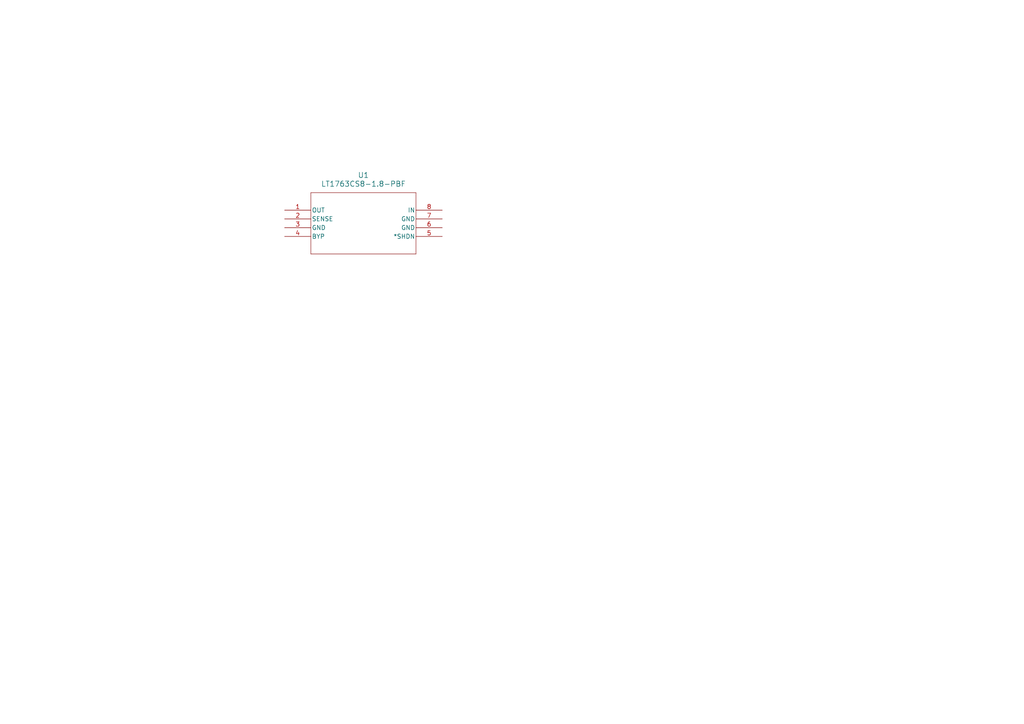
<source format=kicad_sch>
(kicad_sch (version 20231120) (generator "eeschema") (generator_version "8.0")
  (paper "A4")
  (lib_symbols
    (symbol "LDO1763:LT1763CS8-1.8-PBF" (pin_names (offset 0.254))
      (property "Reference" "U" (at 22.86 10.16 0))
      (property "Value" "LT1763CS8-1.8-PBF" (at 22.86 7.62 0))
      (symbol "LT1763CS8-1.8-PBF_0_1"
        (polyline (pts (xy 7.62 -12.7) (xy 38.1 -12.7)) (stroke (width 0.127)))
        (polyline (pts (xy 7.62 5.08) (xy 7.62 -12.7)) (stroke (width 0.127)))
        (polyline (pts (xy 38.1 -12.7) (xy 38.1 5.08)) (stroke (width 0.127)))
        (polyline (pts (xy 38.1 5.08) (xy 7.62 5.08)) (stroke (width 0.127)))
        (pin output line (at 0 0 0) (length 7.62) (name "OUT") (number "1"))
        (pin unspecified line (at 0 -2.54 0) (length 7.62) (name "SENSE") (number "2"))
        (pin power_in line (at 0 -5.08 0) (length 7.62) (name "GND") (number "3"))
        (pin unspecified line (at 0 -7.62 0) (length 7.62) (name "BYP") (number "4"))
        (pin input line (at 45.72 -7.62 180) (length 7.62) (name "*SHDN") (number "5"))
        (pin power_in line (at 45.72 -5.08 180) (length 7.62) (name "GND") (number "6"))
        (pin power_in line (at 45.72 -2.54 180) (length 7.62) (name "GND") (number "7"))
        (pin input line (at 45.72 0 180) (length 7.62) (name "IN") (number "8"))
      )
    )
  )
  (symbol (lib_id "LDO1763:LT1763CS8-1.8-PBF") (at 82.55 60.96 0) (unit 1)
    (property "Reference" "U1" (at 105.41 50.8 0) (effects (font (size 1.524 1.524))))
    (property "Value" "LT1763CS8-1.8-PBF" (at 105.41 53.34 0) (effects (font (size 1.524 1.524))))
    (property "Footprint" "SO-8_S_LIT" (effects (hide yes)))
    (property "Datasheet" "LT1763CS8-1.8-PBF" (effects (hide yes)))
  )
)
</source>
